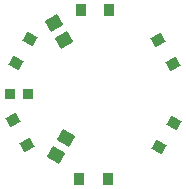
<source format=gbr>
%TF.GenerationSoftware,KiCad,Pcbnew,8.0.1*%
%TF.CreationDate,2024-03-26T23:53:37-06:00*%
%TF.ProjectId,Led_Board,4c65645f-426f-4617-9264-2e6b69636164,rev?*%
%TF.SameCoordinates,Original*%
%TF.FileFunction,Paste,Top*%
%TF.FilePolarity,Positive*%
%FSLAX46Y46*%
G04 Gerber Fmt 4.6, Leading zero omitted, Abs format (unit mm)*
G04 Created by KiCad (PCBNEW 8.0.1) date 2024-03-26 23:53:37*
%MOMM*%
%LPD*%
G01*
G04 APERTURE LIST*
G04 Aperture macros list*
%AMRotRect*
0 Rectangle, with rotation*
0 The origin of the aperture is its center*
0 $1 length*
0 $2 width*
0 $3 Rotation angle, in degrees counterclockwise*
0 Add horizontal line*
21,1,$1,$2,0,0,$3*%
G04 Aperture macros list end*
%ADD10R,0.889000X0.990600*%
%ADD11RotRect,0.889000X0.990600X300.000000*%
%ADD12RotRect,0.889000X0.990600X240.000000*%
%ADD13RotRect,0.889000X0.990600X120.000000*%
%ADD14RotRect,0.889000X0.990600X60.000000*%
%ADD15R,0.863600X0.889000*%
%ADD16RotRect,1.066800X1.219200X60.000000*%
%ADD17RotRect,1.066800X1.219200X300.000000*%
G04 APERTURE END LIST*
D10*
%TO.C,LED11*%
X146244279Y-74143940D03*
X148644578Y-74143939D03*
%TD*%
D11*
%TO.C,LED10*%
X152794989Y-76638024D03*
X153995138Y-78716745D03*
%TD*%
D12*
%TO.C,LED9*%
X154090988Y-83667601D03*
X152890838Y-85746321D03*
%TD*%
D10*
%TO.C,LED8*%
X148494443Y-88391226D03*
X146094144Y-88391227D03*
%TD*%
D13*
%TO.C,LED7*%
X140464953Y-83435282D03*
X141665102Y-85514003D03*
%TD*%
D14*
%TO.C,LED12*%
X140735405Y-78621022D03*
X141935554Y-76542301D03*
%TD*%
D15*
%TO.C,C1*%
X140195300Y-81234392D03*
X141744700Y-81234392D03*
%TD*%
D16*
%TO.C,C2*%
X144138386Y-86382686D03*
X144963884Y-84952880D03*
%TD*%
D17*
%TO.C,C3*%
X143955887Y-75251536D03*
X144781385Y-76681342D03*
%TD*%
M02*

</source>
